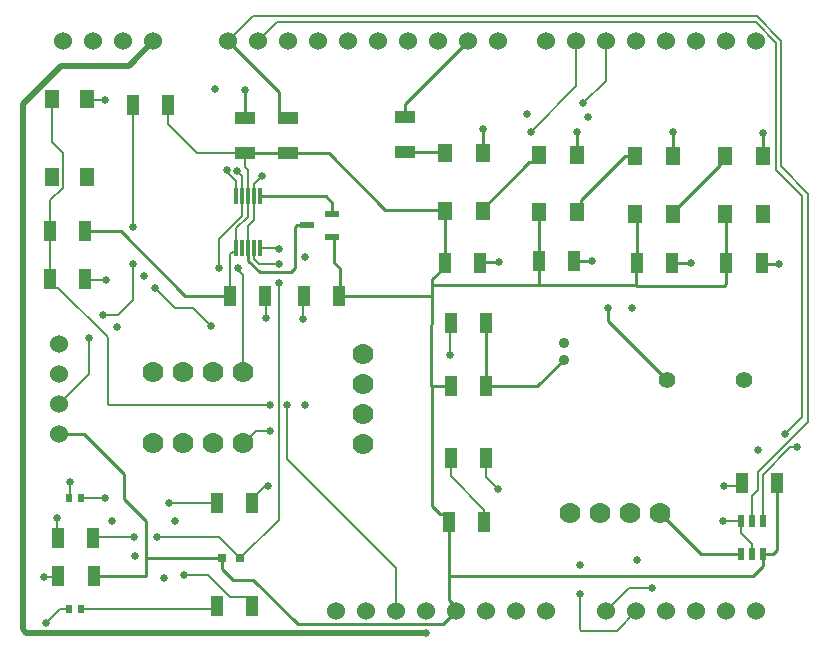
<source format=gtl>
G04*
G04 #@! TF.GenerationSoftware,Altium Limited,Altium Designer,22.1.2 (22)*
G04*
G04 Layer_Physical_Order=1*
G04 Layer_Color=255*
%FSLAX25Y25*%
%MOIN*%
G70*
G04*
G04 #@! TF.SameCoordinates,9C9567F8-7803-4A2A-AD9E-191CB7A9E8FD*
G04*
G04*
G04 #@! TF.FilePolarity,Positive*
G04*
G01*
G75*
%ADD11C,0.00600*%
%ADD14C,0.01000*%
%ADD15R,0.04400X0.07100*%
G04:AMPARAMS|DCode=16|XSize=48.82mil|YSize=23.23mil|CornerRadius=5.81mil|HoleSize=0mil|Usage=FLASHONLY|Rotation=180.000|XOffset=0mil|YOffset=0mil|HoleType=Round|Shape=RoundedRectangle|*
%AMROUNDEDRECTD16*
21,1,0.04882,0.01161,0,0,180.0*
21,1,0.03720,0.02323,0,0,180.0*
1,1,0.01161,-0.01860,0.00581*
1,1,0.01161,0.01860,0.00581*
1,1,0.01161,0.01860,-0.00581*
1,1,0.01161,-0.01860,-0.00581*
%
%ADD16ROUNDEDRECTD16*%
%ADD17R,0.03150X0.03150*%
%ADD18R,0.02362X0.04331*%
%ADD19R,0.04750X0.06200*%
%ADD20R,0.07100X0.04400*%
%ADD21R,0.02362X0.02756*%
%ADD22R,0.04724X0.05906*%
%ADD23R,0.01181X0.05709*%
%ADD24R,0.01181X0.05787*%
%ADD38C,0.02000*%
%ADD39C,0.07000*%
%ADD40C,0.06000*%
%ADD41C,0.05543*%
%ADD42C,0.03543*%
%ADD43C,0.02500*%
D11*
X148500Y95700D02*
Y106400D01*
X148600Y106500D01*
Y55600D02*
X159900Y44300D01*
X148600Y55600D02*
Y61500D01*
X159900Y40000D02*
Y44300D01*
X160400Y55200D02*
Y61500D01*
Y55200D02*
X164400Y51200D01*
X75100Y129376D02*
X75924Y130200D01*
X77649Y124749D02*
X77794Y124894D01*
X75100Y115500D02*
Y129376D01*
X77649Y124251D02*
X79500Y122400D01*
X77649Y124251D02*
Y124749D01*
X77794Y124894D02*
Y124906D01*
X84937Y131339D02*
X91161D01*
X91200Y131300D02*
X91400D01*
X91161Y131339D02*
X91200Y131300D01*
X244800Y52200D02*
X245600Y53000D01*
X239600Y52200D02*
X244800D01*
X200500Y187300D02*
Y200500D01*
X192900Y179700D02*
X200500Y187300D01*
X17000Y118252D02*
X17849D01*
X15100Y120151D02*
X17000Y118252D01*
X15100Y120151D02*
Y137000D01*
X34300Y79352D02*
Y101800D01*
X17849Y118252D02*
X34300Y101800D01*
X28000Y89500D02*
Y101600D01*
X34651Y79000D02*
X88400D01*
X34300Y79352D02*
X34651Y79000D01*
X27100Y120800D02*
X33600D01*
X26900Y121000D02*
X27100Y120800D01*
X18000Y79500D02*
X28000Y89500D01*
X32600Y109100D02*
X37900D01*
X42900Y114100D01*
Y126100D01*
X18300Y11000D02*
X21531D01*
X13800Y6500D02*
X18300Y11000D01*
X42900Y138500D02*
Y178700D01*
X42600Y179000D02*
X42900Y178700D01*
X71400Y124900D02*
Y134651D01*
X79031Y142282D02*
Y148661D01*
X71400Y134651D02*
X79031Y142282D01*
X79500Y90000D02*
Y122400D01*
X75924Y130200D02*
X76772D01*
X77063Y130490D02*
Y131339D01*
Y138051D01*
X81000Y141988D01*
X76772Y130200D02*
X77063Y130490D01*
X81000Y131339D02*
Y138977D01*
X82968Y140945D01*
Y148661D01*
X99500Y107900D02*
Y115400D01*
X99600Y115500D01*
X87000Y108000D02*
Y115400D01*
X86900Y115500D02*
X87000Y115400D01*
X50100Y118300D02*
X56768Y111632D01*
X62868D01*
X68900Y105600D01*
X79500Y66500D02*
X83600Y70600D01*
X88400D01*
X78453Y28000D02*
X91300Y40847D01*
Y119900D01*
X94100Y61300D02*
Y79100D01*
Y61300D02*
X130500Y24900D01*
X81000Y141988D02*
Y148661D01*
Y157597D01*
X175300Y170200D02*
X190500Y185400D01*
Y200500D01*
X82400Y47850D02*
X86650Y52100D01*
X82400Y46500D02*
Y47850D01*
X86650Y52100D02*
X87800D01*
X80500Y15250D02*
X82400Y13350D01*
X74938Y15250D02*
X80500D01*
X59800Y22500D02*
X67689D01*
X82400Y12000D02*
Y13350D01*
X67689Y22500D02*
X74938Y15250D01*
X50700Y35100D02*
X71353D01*
X78453Y28000D01*
X29500Y35000D02*
X43200D01*
X130500Y10500D02*
Y24900D01*
X13150Y21700D02*
X17300D01*
X17800Y22200D01*
X29400Y34900D02*
X29500Y35000D01*
X25469Y11000D02*
X69600D01*
X70600Y12000D01*
X25569Y48100D02*
X33500D01*
X15100Y147360D02*
X19257Y151517D01*
X15595Y166759D02*
X19257Y163097D01*
X15100Y137000D02*
Y147360D01*
X19257Y151517D02*
Y163097D01*
X15595Y166759D02*
Y180992D01*
X27406D02*
X27598Y180800D01*
X33500D01*
X80000Y158597D02*
X81000Y157597D01*
X77450Y157096D02*
X79031Y155514D01*
Y148661D02*
Y155514D01*
X73958Y156982D02*
Y157329D01*
X77063Y148661D02*
Y153876D01*
X80000Y158597D02*
Y163100D01*
X73958Y156982D02*
X77063Y153876D01*
X82969Y152969D02*
X85600Y155600D01*
X82968Y148661D02*
X82969Y148662D01*
Y152969D01*
X83047Y127906D02*
X84853Y126100D01*
X91300D01*
X82968Y131339D02*
X83047Y131261D01*
Y127906D02*
Y131261D01*
X90800Y206800D02*
X250281D01*
X84500Y200500D02*
X90800Y206800D01*
X250281D02*
X257100Y199981D01*
X250644Y208700D02*
X258700Y200644D01*
Y158744D02*
Y200644D01*
X82700Y208700D02*
X250644D01*
X257100Y157600D02*
Y199981D01*
Y157600D02*
X265800Y148900D01*
Y75100D02*
Y148900D01*
X260100Y69400D02*
X265800Y75100D01*
X251140Y50952D02*
Y56834D01*
X267800Y73494D01*
Y149644D01*
X252740Y55929D02*
X261912Y65100D01*
X252740Y40512D02*
Y55929D01*
X261912Y65100D02*
X264100D01*
X249000Y48812D02*
X251140Y50952D01*
X249000Y40512D02*
Y48812D01*
X258700Y158744D02*
X267800Y149644D01*
X74500Y200500D02*
X82700Y208700D01*
X70500Y46400D02*
X70600Y46500D01*
X54700Y46400D02*
X70500D01*
X25469Y48000D02*
X25569Y48100D01*
X17400Y35100D02*
Y41600D01*
Y35100D02*
X17600Y34900D01*
X21600Y48068D02*
Y53600D01*
X21531Y48000D02*
X21600Y48068D01*
X191827Y16033D02*
X191830Y16037D01*
X191827Y4327D02*
Y16033D01*
X192178Y3976D02*
X203976D01*
X191827Y4327D02*
X192178Y3976D01*
X203976D02*
X210500Y10500D01*
X239400Y40400D02*
X245148D01*
X245260Y40512D01*
Y36430D02*
Y40512D01*
X249000Y29488D02*
Y32689D01*
X245260Y36430D02*
X249000Y32689D01*
X208000Y18000D02*
X215800D01*
X200500Y10500D02*
X208000Y18000D01*
X64100Y163100D02*
X80000D01*
X54400Y172800D02*
X64100Y163100D01*
X54400Y172800D02*
Y179000D01*
D14*
X142249Y105840D02*
X142500Y106092D01*
Y115500D01*
X111800D02*
X142500D01*
X142249Y85651D02*
Y105840D01*
Y85651D02*
X142500Y85400D01*
X111400Y115500D02*
X111800D01*
X159300Y163150D02*
Y171100D01*
Y163150D02*
X159350Y163100D01*
X252800Y162150D02*
Y169700D01*
Y162150D02*
X252850Y162100D01*
X192014Y147414D02*
X206700Y162100D01*
X210150D01*
X190850Y143400D02*
X192014Y144564D01*
Y147414D01*
X222850Y162100D02*
X222900Y162150D01*
Y170000D01*
X190850Y162600D02*
X190900Y162650D01*
Y170000D01*
X39775Y47725D02*
Y56125D01*
X26400Y69500D02*
X39775Y56125D01*
X18000Y69500D02*
X26400D01*
X26900Y137000D02*
X38725D01*
X60225Y115500D01*
X75100D01*
X72547Y24398D02*
X76246Y20700D01*
X82900D01*
X72547Y24398D02*
Y28000D01*
X47033D02*
X72547D01*
X82900Y20700D02*
X97600Y6000D01*
X146000D01*
X150500Y10500D01*
X145164Y42936D02*
X146400D01*
X142500Y45600D02*
Y85400D01*
X146400Y42936D02*
X148100Y41236D01*
X142500Y45600D02*
X145164Y42936D01*
X148100Y22000D02*
Y41236D01*
X39775Y47725D02*
X47033Y40467D01*
Y28000D02*
Y40467D01*
X84950Y123350D02*
X95564D01*
X96900Y124686D01*
X81000Y127300D02*
X84950Y123350D01*
X109153Y135260D02*
X109203D01*
X109859Y126641D02*
Y134605D01*
Y126641D02*
X111800Y124700D01*
X109203Y135260D02*
X109859Y134605D01*
X97486Y139000D02*
X100845D01*
X96900Y124686D02*
Y138414D01*
X97486Y139000D01*
X148100Y22000D02*
X249400D01*
X252740Y25340D01*
Y29488D01*
X148100Y14253D02*
Y22000D01*
X80100Y175000D02*
Y184300D01*
X80000Y174900D02*
X80100Y175000D01*
X93150Y174900D02*
X94500D01*
X91450Y176600D02*
X93150Y174900D01*
X91450Y176600D02*
Y183550D01*
X74500Y200500D02*
X91450Y183550D01*
X201000Y107205D02*
X220705Y87500D01*
X201000Y107205D02*
Y111500D01*
X177807Y119000D02*
X210500D01*
X218500Y43000D02*
X232012Y29488D01*
X245260D01*
X160400Y85500D02*
X177528D01*
X186272Y94244D01*
X160400Y85500D02*
Y106500D01*
X158400Y126500D02*
X158600Y126700D01*
X164800D01*
X190000Y127100D02*
X195700D01*
X189900Y127000D02*
X190000Y127100D01*
X222400Y126500D02*
X228700D01*
X252300D02*
X252600Y126200D01*
X258200D01*
X238275Y159050D02*
Y160225D01*
X240150Y162100D01*
X222850Y142900D02*
Y143625D01*
X238275Y159050D01*
X174725Y160000D02*
X176275D01*
X178150Y161875D01*
Y162600D01*
X159350Y143900D02*
Y144625D01*
X174725Y160000D01*
X133500Y163500D02*
X146250D01*
X146650Y163100D01*
X133500Y179500D02*
X154500Y200500D01*
X133500Y175300D02*
Y179500D01*
X146250Y144300D02*
X146650Y143900D01*
X126800Y144300D02*
X146250D01*
X108000Y163100D02*
X126800Y144300D01*
X94500Y163100D02*
X108000D01*
X47033Y22200D02*
Y28000D01*
X29600Y22200D02*
X47033D01*
X178100Y127000D02*
Y143350D01*
X142500Y115500D02*
Y118700D01*
X142800Y119000D02*
X177807D01*
X178100Y119293D01*
X142500Y118700D02*
X142800Y119000D01*
X178100Y119293D02*
Y127000D01*
X240500Y119486D02*
Y126500D01*
X210500Y119000D02*
Y126400D01*
X239914Y118900D02*
X240500Y119486D01*
X210400Y118900D02*
X210500Y119000D01*
X210400Y118900D02*
X239914D01*
X210500Y126400D02*
X210600Y126500D01*
X142500Y118700D02*
Y121050D01*
X240150Y142900D02*
X240500Y142550D01*
Y126500D02*
Y142550D01*
X210150Y142900D02*
X210600Y142450D01*
Y126500D02*
Y142450D01*
X178100Y143350D02*
X178150Y143400D01*
X146650Y126550D02*
Y143900D01*
X146600Y126500D02*
X146650Y126550D01*
X80000Y163100D02*
X94500D01*
X142500Y121050D02*
X146600Y125150D01*
X142600Y85500D02*
X148600D01*
X142500Y85400D02*
X142600Y85500D01*
X146600Y125150D02*
Y126500D01*
X148100Y14253D02*
X150500Y11853D01*
Y10500D02*
Y11853D01*
X81000Y127300D02*
Y131339D01*
X85259Y148658D02*
X107110D01*
X109153Y146614D01*
Y142740D02*
Y146614D01*
X111800Y115900D02*
Y124700D01*
X111400Y115500D02*
X111800Y115900D01*
X257500Y30800D02*
Y52900D01*
X257400Y53000D02*
X257500Y52900D01*
X256188Y29488D02*
X257500Y30800D01*
X252740Y29488D02*
X256188D01*
D15*
X15100Y137000D02*
D03*
X26900D02*
D03*
X15100Y121000D02*
D03*
X26900D02*
D03*
X257400Y53000D02*
D03*
X245600D02*
D03*
X222400Y126500D02*
D03*
X210600D02*
D03*
X148100Y40000D02*
D03*
X159900D02*
D03*
X160400Y61500D02*
D03*
X148600D02*
D03*
X42600Y179000D02*
D03*
X54400D02*
D03*
X160400Y106500D02*
D03*
X148600D02*
D03*
Y85500D02*
D03*
X160400D02*
D03*
X82400Y12000D02*
D03*
X70600D02*
D03*
X82400Y46500D02*
D03*
X70600D02*
D03*
X17800Y22200D02*
D03*
X29600D02*
D03*
X17600Y34900D02*
D03*
X29400D02*
D03*
X99600Y115500D02*
D03*
X111400D02*
D03*
X252300Y126500D02*
D03*
X240500D02*
D03*
X189900Y127000D02*
D03*
X178100D02*
D03*
X158400Y126500D02*
D03*
X146600D02*
D03*
X75100Y115500D02*
D03*
X86900D02*
D03*
D16*
X100845Y139000D02*
D03*
X109153Y142740D02*
D03*
Y135260D02*
D03*
D17*
X72547Y28000D02*
D03*
X78453D02*
D03*
D18*
X245260Y29488D02*
D03*
D03*
D03*
X249000D02*
D03*
X252740Y40512D02*
D03*
Y29488D02*
D03*
Y40512D02*
D03*
X249000D02*
D03*
X245260D02*
D03*
D19*
X252850Y142900D02*
D03*
Y162100D02*
D03*
X240150Y142900D02*
D03*
Y162100D02*
D03*
X222850Y142900D02*
D03*
Y162100D02*
D03*
X210150Y142900D02*
D03*
Y162100D02*
D03*
X190850Y143400D02*
D03*
Y162600D02*
D03*
X178150Y143400D02*
D03*
Y162600D02*
D03*
X159350Y143900D02*
D03*
Y163100D02*
D03*
X146650Y143900D02*
D03*
Y163100D02*
D03*
D20*
X94500Y174900D02*
D03*
Y163100D02*
D03*
X80000D02*
D03*
Y174900D02*
D03*
X133500Y163500D02*
D03*
Y175300D02*
D03*
D21*
X21531Y48000D02*
D03*
X25469D02*
D03*
X21531Y11000D02*
D03*
X25469D02*
D03*
D22*
X15595Y155008D02*
D03*
X27406Y180992D02*
D03*
X15595D02*
D03*
X27406Y155008D02*
D03*
D23*
X77063Y131339D02*
D03*
D24*
X79031D02*
D03*
X81000D02*
D03*
X82968D02*
D03*
X84937D02*
D03*
Y148661D02*
D03*
X82968D02*
D03*
X81000D02*
D03*
X79031D02*
D03*
X77063D02*
D03*
D38*
X6000Y4422D02*
X7172Y3250D01*
X6000Y4422D02*
Y179541D01*
X7172Y3250D02*
X140450D01*
X6000Y179541D02*
X18713Y192254D01*
X41254D01*
X49500Y200500D01*
D39*
X208500Y43000D02*
D03*
X218500D02*
D03*
X188500D02*
D03*
X198500D02*
D03*
X69500Y66500D02*
D03*
X79500D02*
D03*
X49500D02*
D03*
X59500D02*
D03*
X69500Y90000D02*
D03*
X79500D02*
D03*
X49500D02*
D03*
X59500D02*
D03*
X119500Y76000D02*
D03*
Y66000D02*
D03*
Y96000D02*
D03*
Y86000D02*
D03*
D40*
X180500Y10500D02*
D03*
X170500D02*
D03*
X160500D02*
D03*
X150500D02*
D03*
X140500D02*
D03*
X130500D02*
D03*
X120500D02*
D03*
X110500D02*
D03*
X18000Y99500D02*
D03*
Y89500D02*
D03*
Y79500D02*
D03*
Y69500D02*
D03*
X19500Y200500D02*
D03*
X29500D02*
D03*
X39500D02*
D03*
X49500D02*
D03*
X164500D02*
D03*
X154500D02*
D03*
X144500D02*
D03*
X134500D02*
D03*
X124500D02*
D03*
X114500D02*
D03*
X104500D02*
D03*
X94500D02*
D03*
X84500D02*
D03*
X74500D02*
D03*
X250500D02*
D03*
X240500D02*
D03*
X230500D02*
D03*
X220500D02*
D03*
X210500D02*
D03*
X200500D02*
D03*
X190500D02*
D03*
X180500D02*
D03*
X250500Y10500D02*
D03*
X240500D02*
D03*
X230500D02*
D03*
X220500D02*
D03*
X210500D02*
D03*
X200500D02*
D03*
D41*
X220705Y87500D02*
D03*
X246295D02*
D03*
D42*
X186272Y99756D02*
D03*
Y94244D02*
D03*
D43*
X70000Y184500D02*
D03*
X210600Y27500D02*
D03*
X191900Y25900D02*
D03*
X251200Y64300D02*
D03*
X209000Y111600D02*
D03*
X194500Y175100D02*
D03*
X174000Y176200D02*
D03*
X100100Y128600D02*
D03*
X46400Y122000D02*
D03*
X37500Y105200D02*
D03*
X53000Y21400D02*
D03*
X100000Y79100D02*
D03*
X56800Y40600D02*
D03*
X43500Y28900D02*
D03*
X35700Y40500D02*
D03*
X148500Y95700D02*
D03*
X164400Y51200D02*
D03*
X77794Y124906D02*
D03*
X91400Y131300D02*
D03*
X239600Y52200D02*
D03*
X192900Y179700D02*
D03*
X159300Y171100D02*
D03*
X252800Y169700D02*
D03*
X222900Y170000D02*
D03*
X190900D02*
D03*
X28000Y101600D02*
D03*
X32600Y109100D02*
D03*
X42900Y126100D02*
D03*
X13800Y6500D02*
D03*
X42900Y138500D02*
D03*
X71400Y124900D02*
D03*
X50100Y118300D02*
D03*
X68900Y105600D02*
D03*
X88400Y70600D02*
D03*
X94100Y79100D02*
D03*
X175300Y170200D02*
D03*
X87800Y52100D02*
D03*
X88400Y79000D02*
D03*
X59800Y22500D02*
D03*
X50700Y35100D02*
D03*
X43200Y35000D02*
D03*
X13150Y21700D02*
D03*
X33500Y48100D02*
D03*
Y180800D02*
D03*
X77450Y157096D02*
D03*
X73958Y157329D02*
D03*
X91300Y126100D02*
D03*
Y119900D02*
D03*
X99500Y107900D02*
D03*
X260100Y69400D02*
D03*
X264100Y65100D02*
D03*
X54700Y46400D02*
D03*
X17400Y41600D02*
D03*
X21600Y53600D02*
D03*
X191830Y16037D02*
D03*
X239400Y40400D02*
D03*
X215800Y18000D02*
D03*
X80100Y184300D02*
D03*
X85600Y155600D02*
D03*
X201000Y111500D02*
D03*
X140450Y3250D02*
D03*
X258200Y126200D02*
D03*
X228700Y126500D02*
D03*
X195700Y127100D02*
D03*
X164800Y126700D02*
D03*
X33600Y120800D02*
D03*
X87000Y108000D02*
D03*
M02*

</source>
